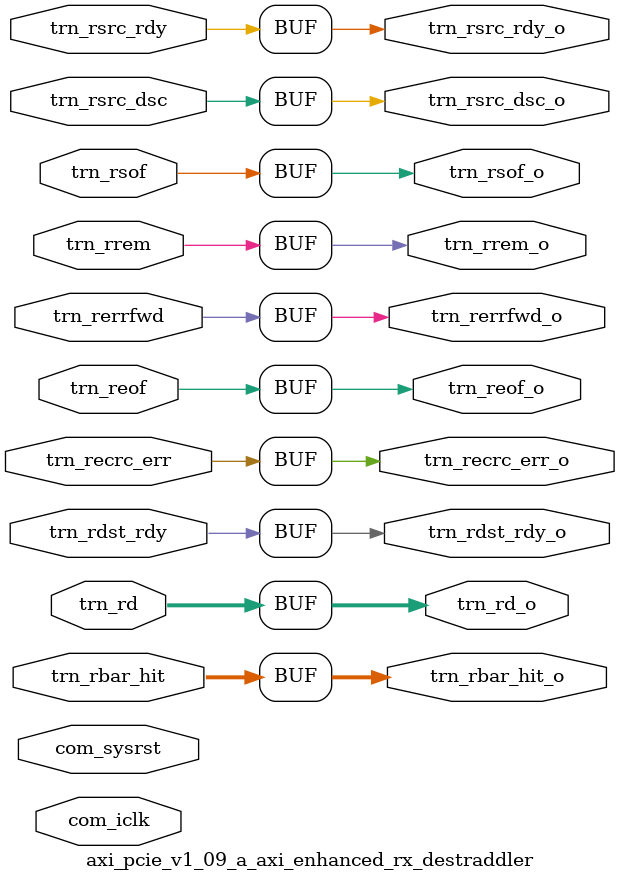
<source format=v>
`timescale 1ps/1ps

module axi_pcie_v1_09_a_axi_enhanced_rx_destraddler #(
  parameter C_DATA_WIDTH = 32,                          // RX/TX interface data width
  parameter C_FAMILY = "X7",                            // Targeted FPGA family
  parameter TCQ = 1,                                    // Clock to Q time

  // Do not override parameters below this line
  parameter REM_WIDTH  = (C_DATA_WIDTH == 128) ? 2 : 1, // trem/rrem width
  parameter RBAR_WIDTH = (C_FAMILY == "X7") ? 8 : 7,    // trn_rbar_hit width
  parameter STRB_WIDTH = C_DATA_WIDTH / 8               // TSTRB width
  ) (

  //---------------------------------------------------------------------------
  // TRN RX
  //---------------------------------------------------------------------------
  input      [C_DATA_WIDTH-1:0] trn_rd,                 // RX data from block
  input                         trn_rsof,               // RX start of packet
  input                         trn_reof,               // RX end of packet
  input                         trn_rsrc_rdy,           // RX source ready
  output                        trn_rdst_rdy_o,         // RX destination ready
  input                         trn_rsrc_dsc,           // RX source discontinue
  input         [REM_WIDTH-1:0] trn_rrem,               // RX remainder
  input                         trn_rerrfwd,            // RX error forward
  input        [RBAR_WIDTH-1:0] trn_rbar_hit,           // RX BAR hit
  input                         trn_recrc_err,          // RX ECRC error

  //--------------------------------------------------------------------------
  //TRN Realigned outputs to the RX data pipeline and Null Generator
  //--------------------------------------------------------------------------

  output  reg [C_DATA_WIDTH-1:0]trn_rd_o,               // Realigned data output
  output  reg                   trn_rsof_o,             // Realigned start of Frame
  output  reg                   trn_reof_o,             // Realigned End of Frame
  output  reg                   trn_rsrc_rdy_o,         // Realigned Source ready
  input                         trn_rdst_rdy,           // Destination ready from user
  output  reg                   trn_rsrc_dsc_o,         // Discontinue realigned
  output  reg   [REM_WIDTH-1:0] trn_rrem_o,             // RREM realigned
  output  reg                   trn_rerrfwd_o,          // rerrfwd realigned
  output  reg  [RBAR_WIDTH-1:0] trn_rbar_hit_o,         // RBAR hit realigned
  output  reg                   trn_recrc_err_o,        // ECRC error realigned

  //---------------------------------------------------------------------------
  // System
  //---------------------------------------------------------------------------

  input                         com_iclk,               // user clock from block
  input                         com_sysrst              // user reset from block

);

generate
// C_DATA_WIDTH == 128
if(C_DATA_WIDTH == 128) begin : data_width_128

  localparam               IDLE             = 2'b00;
  localparam               PROCESS_TLP_BEAT = 2'b01;
  localparam               THROTTLE_TLP     = 2'b10;

  reg [1:0]                state;
  reg                      local_throttle;
  // internal storage
  reg [C_DATA_WIDTH/2-1:0] trn_rd_d;
  reg                      trn_rsof_d;
  reg                      trn_reof_d;
  reg                      trn_rsrc_rdy_d;
  reg                      trn_rsrc_dsc_d;
  reg    [REM_WIDTH-1:0]   trn_rrem_d;
  reg                      trn_rerrfwd_d;
  reg   [RBAR_WIDTH-1:0]   trn_rbar_hit_d;
  reg                      trn_recrc_err_d;

  assign trn_rdst_rdy_o = trn_rdst_rdy && !local_throttle;

  // Internal buffer to store TRN signals
  always@(posedge com_iclk) begin
    if(com_sysrst) begin
      trn_rd_d            <= #TCQ {C_DATA_WIDTH/2{1'b0}};
      trn_rsof_d          <= #TCQ 1'b0;
      trn_reof_d          <= #TCQ 1'b0;
      trn_rsrc_rdy_d      <= #TCQ 1'b0;
      trn_rsrc_dsc_d      <= #TCQ 1'b0;
      trn_rrem_d          <= #TCQ {REM_WIDTH{1'b0}};
      trn_rerrfwd_d       <= #TCQ 1'b0;
      trn_rbar_hit_d      <= #TCQ {RBAR_WIDTH{1'b0}};
      trn_recrc_err_d     <= #TCQ 1'b0;
    end
    else begin
      // Enable signal for registers
      if(trn_rdst_rdy) begin
        trn_rd_d          <= #TCQ trn_rd[63:0];
        trn_rsof_d        <= #TCQ trn_rsof;
        trn_reof_d        <= #TCQ trn_reof;
        trn_rsrc_rdy_d    <= #TCQ trn_rsrc_rdy;
        trn_rsrc_dsc_d    <= #TCQ trn_rsrc_dsc;
        trn_rrem_d        <= #TCQ trn_rrem;
        trn_rerrfwd_d     <= #TCQ trn_rerrfwd;
        trn_rbar_hit_d    <= #TCQ trn_rbar_hit;
        trn_recrc_err_d   <= #TCQ trn_recrc_err;
      end
    end
  end

  // Output driver logic based on StateMachine state values and TRN inputs
  always@(trn_rd,trn_rsof,trn_reof,trn_rrem,trn_rsrc_dsc,trn_rsrc_rdy,trn_rdst_rdy,
          trn_recrc_err,trn_rerrfwd,trn_rbar_hit,state,local_throttle,com_sysrst) begin
    if(com_sysrst) begin
      trn_rd_o            <= {C_DATA_WIDTH{1'b0}};
      trn_rsof_o          <= 1'b0;
      trn_reof_o          <= 1'b0;
      trn_rsrc_rdy_o      <= 1'b0;
      trn_rsrc_dsc_o      <= 1'b0;
      trn_rrem_o          <= {REM_WIDTH{1'b0}};
      trn_rerrfwd_o       <= 1'b0;
      trn_rbar_hit_o      <= {RBAR_WIDTH{1'b0}};
      trn_recrc_err_o     <= 1'b0;
    end
    else begin
      case(state)
      IDLE : begin
               if(trn_rsof && !trn_rrem[1] && !trn_reof && trn_rdst_rdy && trn_rsrc_rdy) begin // Unaligned TLP
                 // Create a void i.e. Pass default '0' values to all outputs
                 trn_rd_o            <= {C_DATA_WIDTH{1'b0}};
                 trn_rsof_o          <= 1'b0;
                 trn_reof_o          <= 1'b0;
                 trn_rsrc_rdy_o      <= 1'b0;
                 trn_rsrc_dsc_o      <= 1'b0;
                 trn_rrem_o          <= {REM_WIDTH{1'b0}};
                 trn_rerrfwd_o       <= 1'b0;
                 trn_rbar_hit_o      <= {RBAR_WIDTH{1'b0}};
                 trn_recrc_err_o     <= 1'b0;
               end
               else if(trn_rsof && trn_reof && !trn_rrem[1] && trn_rdst_rdy && trn_rsrc_rdy) begin // straddled Beat
                 // Pass only EOF
                 trn_rd_o            <= {trn_rd[127:64],64'b0};
                 trn_rsof_o          <= 1'b0;
                 trn_reof_o          <= trn_reof;
                 trn_rsrc_rdy_o      <= trn_rsrc_rdy;
                 trn_rsrc_dsc_o      <= trn_rsrc_dsc;
                 trn_rrem_o          <= {1'b0,trn_rrem[0]};
                 trn_rerrfwd_o       <= trn_rerrfwd_d;   // Old value
                 trn_rbar_hit_o      <= trn_rbar_hit_d;  // Old value
                 trn_recrc_err_o     <= trn_recrc_err;   // New value is used
  
               end
               else begin // Default
                 trn_rd_o            <= trn_rd;
                 trn_rsof_o          <= trn_rsof;
                 trn_reof_o          <= trn_reof;
                 trn_rsrc_rdy_o      <= trn_rsrc_rdy;
                 trn_rsrc_dsc_o      <= trn_rsrc_dsc;
                 trn_rrem_o          <= trn_rrem;
                 trn_rerrfwd_o       <= trn_rerrfwd;
                 trn_rbar_hit_o      <= trn_rbar_hit;
                 trn_recrc_err_o     <= trn_recrc_err;
               end
             end
      PROCESS_TLP_BEAT : begin
               // eof in [127:64] only and no straddled beat
               if (trn_reof && !trn_rsof && !trn_rrem[1] && trn_rdst_rdy && trn_rsrc_rdy) begin
                 // adjust stored values with the live ones
                 trn_rd_o            <= {trn_rd_d,trn_rd[127:64]};
                 trn_rsof_o          <= trn_rsof_d;
                 trn_reof_o          <= trn_reof;
                 trn_rsrc_rdy_o      <= trn_rsrc_rdy;
                 trn_rsrc_dsc_o      <= trn_rsrc_dsc;
                 trn_rrem_o          <= {1'b1,trn_rrem[0]}; // Can be D0 D1 D2 -- or D0 D1 D2 D3 or H0 H1 H2 H3(D0/--)
                 trn_rerrfwd_o       <= trn_rerrfwd_d;
                 trn_rbar_hit_o      <= trn_rbar_hit_d;
                 trn_recrc_err_o     <= trn_recrc_err;
               end
               // Straddled beat
               // adjust stored values with the live ones. previous TLP ends here 
               else if(trn_reof && trn_rsof && trn_rdst_rdy && trn_rsrc_rdy) begin
                 trn_rd_o            <= {trn_rd_d,trn_rd[127:64]};
                 trn_rsof_o          <= trn_rsof_d;  // Old value
                 trn_reof_o          <= trn_reof;
                 trn_rsrc_rdy_o      <= trn_rsrc_rdy;
                 trn_rsrc_dsc_o      <= trn_rsrc_dsc;
                 trn_rrem_o          <= {1'b1,trn_rrem[0]}; // Can be D2 D1 D0 -- or D3 D3 D1 D0
                 trn_rerrfwd_o       <= trn_rerrfwd_d;
                 trn_rbar_hit_o      <= trn_rbar_hit_d;
                 trn_recrc_err_o     <= trn_recrc_err;
               end
               // eof beat having more than 2DW
               else if(trn_reof && trn_rdst_rdy && trn_rsrc_rdy) begin
                 // Pass {stored, live}
                 trn_rd_o            <= {trn_rd_d,trn_rd[127:64]};
                 trn_rsof_o          <= trn_rsof_d;
                 trn_reof_o          <= 1'b0;
                 trn_rsrc_rdy_o      <= trn_rsrc_rdy_d;
                 trn_rsrc_dsc_o      <= trn_rsrc_dsc;
                 trn_rrem_o          <= {REM_WIDTH{1'b1}};
                 trn_rerrfwd_o       <= trn_rerrfwd_d;
                 trn_rbar_hit_o      <= trn_rbar_hit_d;
                 trn_recrc_err_o     <= trn_recrc_err_d;
               end
               // Mid-Packet transfer
               else begin
                 // Pass {stored, live}
                 trn_rd_o            <= {trn_rd_d,trn_rd[127:64]};
                 trn_rsof_o          <= trn_rsof_d;
                 trn_reof_o          <= trn_reof;
                 trn_rsrc_rdy_o      <= trn_rsrc_rdy_d;
                 trn_rsrc_dsc_o      <= trn_rsrc_dsc;
                 trn_rrem_o          <= {REM_WIDTH{1'b1}};
                 trn_rerrfwd_o       <= trn_rerrfwd_d;
                 trn_rbar_hit_o      <= trn_rbar_hit_d;
                 trn_recrc_err_o     <= trn_recrc_err;
               end
             end
      default : begin
               // Throttle PCIe interface (will be for 1 cycle only)
               // Use stored values only in this state
               trn_rd_o              <= {trn_rd_d,64'b0};
               trn_rsof_o            <= trn_rsof_d;
               trn_reof_o            <= trn_reof_d;
               trn_rsrc_rdy_o        <= trn_rsrc_rdy_d;
               trn_rsrc_dsc_o        <= trn_rsrc_dsc_d;
               trn_rrem_o            <= {1'b0,trn_rrem_d[0]}; // Can be D1 D0 -- -- or D0 -- -- --
               trn_rerrfwd_o         <= trn_rerrfwd_d;
               trn_rbar_hit_o        <= trn_rbar_hit_d;
               trn_recrc_err_o       <= trn_recrc_err_d;
             end
      endcase
    end
  end

  // State Machine to re-align TLPs
  always @(posedge com_iclk) begin
    if(com_sysrst || trn_rsrc_dsc) begin
      state <= #TCQ IDLE;
      local_throttle <= #TCQ 1'b0;
    end
    else begin
      case(state)
      IDLE: begin
              // Unaligned TLP start or Straddle Beat
              if(((trn_rsof && !trn_reof) || (trn_rsof && trn_reof )) && !trn_rrem[1] && trn_rdst_rdy && trn_rsrc_rdy) begin
                state <= #TCQ PROCESS_TLP_BEAT;
              end
              local_throttle <= #TCQ 1'b0;
            end
      PROCESS_TLP_BEAT: begin
              // Wait for eof only
              if (trn_reof && !trn_rsof && trn_rdst_rdy && trn_rsrc_rdy) begin
                // eof in [128:64] only
                if(!trn_rrem[1]) begin
                  state <= #TCQ IDLE;
                  local_throttle <= #TCQ 1'b0;
                end
                // eof in [128:0]
                else begin
                  state <= #TCQ THROTTLE_TLP;
                  local_throttle <= #TCQ 1'b1;
                end
              end
            end
      default : begin
              if(trn_rdst_rdy) begin
                state  <= #TCQ IDLE;
                local_throttle <= #TCQ 1'b0;
              end
            end
      endcase
    end
  end

end // data_width_128
// C_DATA_WIDTH == 32 or C_DATA_WIDTH == 64
else begin: data_width_32_64
  // Direct mapping of inputs to outputs
  always@(*) begin
      trn_rd_o            <= trn_rd;
      trn_rsof_o          <= trn_rsof;
      trn_reof_o          <= trn_reof;
      trn_rsrc_rdy_o      <= trn_rsrc_rdy;
      trn_rsrc_dsc_o      <= trn_rsrc_dsc;
      trn_rrem_o          <= trn_rrem;
      trn_rerrfwd_o       <= trn_rerrfwd;
      trn_rbar_hit_o      <= trn_rbar_hit;
      trn_recrc_err_o     <= trn_recrc_err;
  end
  assign trn_rdst_rdy_o = trn_rdst_rdy;
end // data_width_32_64

endgenerate

endmodule

</source>
